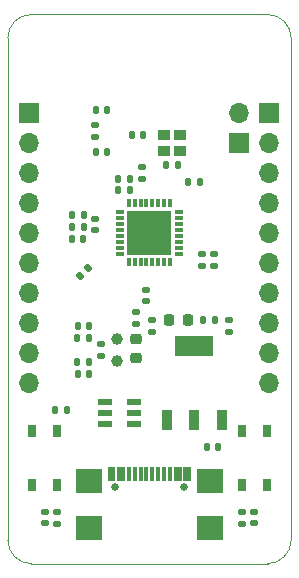
<source format=gbr>
%TF.GenerationSoftware,KiCad,Pcbnew,(6.0.9)*%
%TF.CreationDate,2023-03-12T14:29:19+01:00*%
%TF.ProjectId,ESP32-C3 Devboard,45535033-322d-4433-9320-446576626f61,rev?*%
%TF.SameCoordinates,Original*%
%TF.FileFunction,Soldermask,Top*%
%TF.FilePolarity,Negative*%
%FSLAX46Y46*%
G04 Gerber Fmt 4.6, Leading zero omitted, Abs format (unit mm)*
G04 Created by KiCad (PCBNEW (6.0.9)) date 2023-03-12 14:29:19*
%MOMM*%
%LPD*%
G01*
G04 APERTURE LIST*
G04 Aperture macros list*
%AMRoundRect*
0 Rectangle with rounded corners*
0 $1 Rounding radius*
0 $2 $3 $4 $5 $6 $7 $8 $9 X,Y pos of 4 corners*
0 Add a 4 corners polygon primitive as box body*
4,1,4,$2,$3,$4,$5,$6,$7,$8,$9,$2,$3,0*
0 Add four circle primitives for the rounded corners*
1,1,$1+$1,$2,$3*
1,1,$1+$1,$4,$5*
1,1,$1+$1,$6,$7*
1,1,$1+$1,$8,$9*
0 Add four rect primitives between the rounded corners*
20,1,$1+$1,$2,$3,$4,$5,0*
20,1,$1+$1,$4,$5,$6,$7,0*
20,1,$1+$1,$6,$7,$8,$9,0*
20,1,$1+$1,$8,$9,$2,$3,0*%
%AMFreePoly0*
4,1,5,1.875000,-1.875000,-1.875000,-1.875000,-1.875000,1.875000,1.875000,1.875000,1.875000,-1.875000,1.875000,-1.875000,$1*%
G04 Aperture macros list end*
%TA.AperFunction,Profile*%
%ADD10C,0.100000*%
%TD*%
%ADD11RoundRect,0.135000X0.135000X0.185000X-0.135000X0.185000X-0.135000X-0.185000X0.135000X-0.185000X0*%
%ADD12RoundRect,0.135000X0.035355X-0.226274X0.226274X-0.035355X-0.035355X0.226274X-0.226274X0.035355X0*%
%ADD13RoundRect,0.147500X-0.147500X-0.172500X0.147500X-0.172500X0.147500X0.172500X-0.147500X0.172500X0*%
%ADD14RoundRect,0.218750X0.256250X-0.218750X0.256250X0.218750X-0.256250X0.218750X-0.256250X-0.218750X0*%
%ADD15RoundRect,0.140000X-0.170000X0.140000X-0.170000X-0.140000X0.170000X-0.140000X0.170000X0.140000X0*%
%ADD16RoundRect,0.140000X-0.140000X-0.170000X0.140000X-0.170000X0.140000X0.170000X-0.140000X0.170000X0*%
%ADD17RoundRect,0.135000X0.185000X-0.135000X0.185000X0.135000X-0.185000X0.135000X-0.185000X-0.135000X0*%
%ADD18RoundRect,0.135000X-0.185000X0.135000X-0.185000X-0.135000X0.185000X-0.135000X0.185000X0.135000X0*%
%ADD19RoundRect,0.147500X-0.172500X0.147500X-0.172500X-0.147500X0.172500X-0.147500X0.172500X0.147500X0*%
%ADD20R,0.700000X1.000000*%
%ADD21C,0.650000*%
%ADD22R,0.300000X1.150000*%
%ADD23R,2.180000X2.000000*%
%ADD24RoundRect,0.140000X0.140000X0.170000X-0.140000X0.170000X-0.140000X-0.170000X0.140000X-0.170000X0*%
%ADD25R,0.800000X0.300000*%
%ADD26R,0.300000X0.800000*%
%ADD27FreePoly0,0.000000*%
%ADD28R,0.950000X1.750000*%
%ADD29R,3.200000X1.750000*%
%ADD30RoundRect,0.218750X-0.218750X-0.256250X0.218750X-0.256250X0.218750X0.256250X-0.218750X0.256250X0*%
%ADD31RoundRect,0.135000X-0.135000X-0.185000X0.135000X-0.185000X0.135000X0.185000X-0.135000X0.185000X0*%
%ADD32RoundRect,0.140000X0.170000X-0.140000X0.170000X0.140000X-0.170000X0.140000X-0.170000X-0.140000X0*%
%ADD33R,1.100000X0.850000*%
%ADD34R,1.250000X0.600000*%
%ADD35C,1.000000*%
%ADD36R,1.700000X1.700000*%
%ADD37O,1.700000X1.700000*%
G04 APERTURE END LIST*
D10*
X112460000Y-89500000D02*
G75*
G03*
X114460000Y-91500000I2000000J0D01*
G01*
X134460000Y-45000000D02*
X114460000Y-45000000D01*
X112460000Y-47000000D02*
X112460000Y-89500000D01*
X114460000Y-91500000D02*
X134460000Y-91500000D01*
X136460000Y-89500000D02*
X136460000Y-47000000D01*
X134460000Y-91500000D02*
G75*
G03*
X136460000Y-89500000I0J2000000D01*
G01*
X114460000Y-45000000D02*
G75*
G03*
X112460000Y-47000000I0J-2000000D01*
G01*
X136460000Y-47000000D02*
G75*
G03*
X134460000Y-45000000I-2000000J0D01*
G01*
D11*
%TO.C,R4*%
X119382000Y-74422000D03*
X118362000Y-74422000D03*
%TD*%
D12*
%TO.C,R7*%
X118539376Y-67160624D03*
X119260624Y-66439376D03*
%TD*%
D13*
%TO.C,L2*%
X117915000Y-62000000D03*
X118885000Y-62000000D03*
%TD*%
D14*
%TO.C,D2*%
X123300000Y-74087500D03*
X123300000Y-72512500D03*
%TD*%
D15*
%TO.C,C14*%
X124200000Y-68320000D03*
X124200000Y-69280000D03*
%TD*%
D16*
%TO.C,C2*%
X118392000Y-71374000D03*
X119352000Y-71374000D03*
%TD*%
D17*
%TO.C,R2*%
X123825000Y-58930000D03*
X123825000Y-57910000D03*
%TD*%
%TO.C,R10*%
X132300000Y-88120000D03*
X132300000Y-87100000D03*
%TD*%
D11*
%TO.C,R5*%
X119382000Y-72390000D03*
X118362000Y-72390000D03*
%TD*%
D18*
%TO.C,R6*%
X131191000Y-70864000D03*
X131191000Y-71884000D03*
%TD*%
D19*
%TO.C,L1*%
X119865000Y-54379000D03*
X119865000Y-55349000D03*
%TD*%
D20*
%TO.C,S2*%
X132275000Y-84800000D03*
X132275000Y-80300000D03*
X134425000Y-84800000D03*
X134425000Y-80300000D03*
%TD*%
D17*
%TO.C,R11*%
X123300000Y-71210000D03*
X123300000Y-70190000D03*
%TD*%
D21*
%TO.C,J5*%
X121570000Y-85027000D03*
X127350000Y-85027000D03*
D22*
X121110000Y-83952000D03*
X121910000Y-83952000D03*
X123210000Y-83952000D03*
X124210000Y-83952000D03*
X124710000Y-83952000D03*
X125710000Y-83952000D03*
X127010000Y-83952000D03*
X127810000Y-83952000D03*
X127510000Y-83952000D03*
X126710000Y-83952000D03*
X126210000Y-83952000D03*
X125210000Y-83952000D03*
X123710000Y-83952000D03*
X122710000Y-83952000D03*
X122210000Y-83952000D03*
X121410000Y-83952000D03*
D23*
X119350000Y-88457000D03*
X129570000Y-88457000D03*
X119350000Y-84527000D03*
X129570000Y-84527000D03*
%TD*%
D15*
%TO.C,C15*%
X128900000Y-65320000D03*
X128900000Y-66280000D03*
%TD*%
D16*
%TO.C,C10*%
X117920000Y-62992000D03*
X118880000Y-62992000D03*
%TD*%
D24*
%TO.C,C13*%
X122780000Y-59900000D03*
X121820000Y-59900000D03*
%TD*%
D16*
%TO.C,C1*%
X118392000Y-75438000D03*
X119352000Y-75438000D03*
%TD*%
%TO.C,C18*%
X129320000Y-81600000D03*
X130280000Y-81600000D03*
%TD*%
D25*
%TO.C,IC1*%
X121960000Y-61750000D03*
X121960000Y-62250000D03*
X121960000Y-62750000D03*
X121960000Y-63250000D03*
X121960000Y-63750000D03*
X121960000Y-64250000D03*
X121960000Y-64750000D03*
X121960000Y-65250000D03*
D26*
X122710000Y-66000000D03*
X123210000Y-66000000D03*
X123710000Y-66000000D03*
X124210000Y-66000000D03*
X124710000Y-66000000D03*
X125210000Y-66000000D03*
X125710000Y-66000000D03*
X126210000Y-66000000D03*
D25*
X126960000Y-65250000D03*
X126960000Y-64750000D03*
X126960000Y-64250000D03*
X126960000Y-63750000D03*
X126960000Y-63250000D03*
X126960000Y-62750000D03*
X126960000Y-62250000D03*
X126960000Y-61750000D03*
D26*
X126210000Y-61000000D03*
X125710000Y-61000000D03*
X125210000Y-61000000D03*
X124710000Y-61000000D03*
X124210000Y-61000000D03*
X123710000Y-61000000D03*
X123210000Y-61000000D03*
X122710000Y-61000000D03*
D27*
X124460000Y-63500000D03*
%TD*%
D11*
%TO.C,R1*%
X117510000Y-78500000D03*
X116490000Y-78500000D03*
%TD*%
D28*
%TO.C,IC2*%
X125970000Y-79350000D03*
X128270000Y-79350000D03*
X130570000Y-79350000D03*
D29*
X128270000Y-73050000D03*
%TD*%
D30*
%TO.C,D3*%
X126112500Y-70866000D03*
X127687500Y-70866000D03*
%TD*%
D31*
%TO.C,R12*%
X129030000Y-70866000D03*
X130050000Y-70866000D03*
%TD*%
D16*
%TO.C,C6*%
X119916000Y-56642000D03*
X120876000Y-56642000D03*
%TD*%
D15*
%TO.C,C4*%
X115600000Y-87120000D03*
X115600000Y-88080000D03*
%TD*%
%TO.C,C16*%
X129900000Y-65320000D03*
X129900000Y-66280000D03*
%TD*%
D24*
%TO.C,C7*%
X126845000Y-57785000D03*
X125885000Y-57785000D03*
%TD*%
%TO.C,C12*%
X122780000Y-58900000D03*
X121820000Y-58900000D03*
%TD*%
D20*
%TO.C,S1*%
X114495000Y-84800000D03*
X114495000Y-80300000D03*
X116645000Y-84800000D03*
X116645000Y-80300000D03*
%TD*%
D32*
%TO.C,C17*%
X124714000Y-71854000D03*
X124714000Y-70894000D03*
%TD*%
D16*
%TO.C,C3*%
X122964000Y-55245000D03*
X123924000Y-55245000D03*
%TD*%
D11*
%TO.C,R8*%
X128780000Y-59182000D03*
X127760000Y-59182000D03*
%TD*%
D16*
%TO.C,C9*%
X117912000Y-64008000D03*
X118872000Y-64008000D03*
%TD*%
D17*
%TO.C,R9*%
X116600000Y-88110000D03*
X116600000Y-87090000D03*
%TD*%
D15*
%TO.C,C8*%
X133300000Y-87120000D03*
X133300000Y-88080000D03*
%TD*%
%TO.C,C11*%
X119860000Y-62320000D03*
X119860000Y-63280000D03*
%TD*%
D17*
%TO.C,R3*%
X120396000Y-73916000D03*
X120396000Y-72896000D03*
%TD*%
D16*
%TO.C,C5*%
X119916000Y-53086000D03*
X120876000Y-53086000D03*
%TD*%
D33*
%TO.C,Y2*%
X125665000Y-55205000D03*
X125665000Y-56555000D03*
X127065000Y-56555000D03*
X127065000Y-55205000D03*
%TD*%
D34*
%TO.C,D1*%
X120670000Y-77790000D03*
X120670000Y-78740000D03*
X120670000Y-79690000D03*
X123170000Y-79690000D03*
X123170000Y-78740000D03*
X123170000Y-77790000D03*
%TD*%
D35*
%TO.C,Y1*%
X121734000Y-72456000D03*
X121734000Y-74356000D03*
%TD*%
D36*
%TO.C,J2*%
X134620000Y-53340000D03*
D37*
X134620000Y-55880000D03*
X134620000Y-58420000D03*
X134620000Y-60960000D03*
X134620000Y-63500000D03*
X134620000Y-66040000D03*
X134620000Y-68580000D03*
X134620000Y-71120000D03*
X134620000Y-73660000D03*
X134620000Y-76200000D03*
%TD*%
D36*
%TO.C,J1*%
X114300000Y-53340000D03*
D37*
X114300000Y-55880000D03*
X114300000Y-58420000D03*
X114300000Y-60960000D03*
X114300000Y-63500000D03*
X114300000Y-66040000D03*
X114300000Y-68580000D03*
X114300000Y-71120000D03*
X114300000Y-73660000D03*
X114300000Y-76200000D03*
%TD*%
D36*
%TO.C,J3*%
X132080000Y-55885000D03*
D37*
X132080000Y-53345000D03*
%TD*%
M02*

</source>
